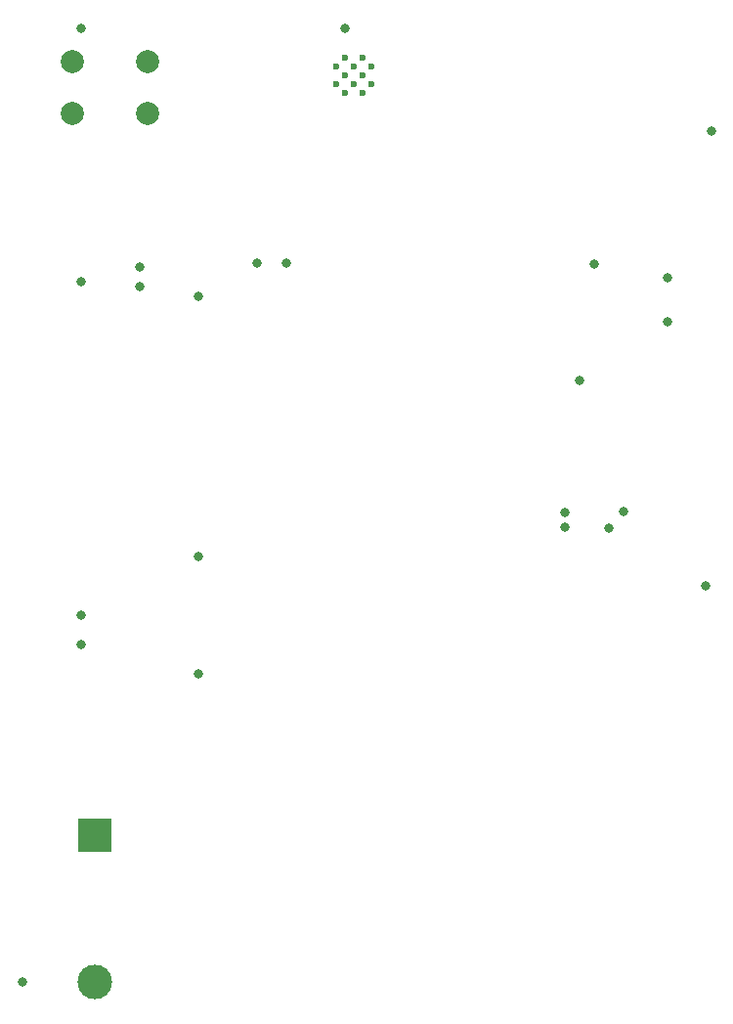
<source format=gbr>
%TF.GenerationSoftware,KiCad,Pcbnew,7.0.9*%
%TF.CreationDate,2023-12-04T17:32:10-03:00*%
%TF.ProjectId,aussistente,61757373-6973-4746-956e-74652e6b6963,rev?*%
%TF.SameCoordinates,Original*%
%TF.FileFunction,Copper,L3,Inr*%
%TF.FilePolarity,Positive*%
%FSLAX46Y46*%
G04 Gerber Fmt 4.6, Leading zero omitted, Abs format (unit mm)*
G04 Created by KiCad (PCBNEW 7.0.9) date 2023-12-04 17:32:10*
%MOMM*%
%LPD*%
G01*
G04 APERTURE LIST*
%TA.AperFunction,ComponentPad*%
%ADD10C,2.000000*%
%TD*%
%TA.AperFunction,ComponentPad*%
%ADD11R,3.000000X3.000000*%
%TD*%
%TA.AperFunction,ComponentPad*%
%ADD12C,3.000000*%
%TD*%
%TA.AperFunction,HeatsinkPad*%
%ADD13C,0.600000*%
%TD*%
%TA.AperFunction,ViaPad*%
%ADD14C,0.800000*%
%TD*%
G04 APERTURE END LIST*
D10*
%TO.N,GND*%
%TO.C,SW1*%
X88190000Y-72680000D03*
X94690000Y-72680000D03*
%TO.N,/RESET*%
X88190000Y-77180000D03*
X94690000Y-77180000D03*
%TD*%
D11*
%TO.N,VDDIO*%
%TO.C,BT1*%
X90150000Y-139700000D03*
D12*
%TO.N,GND*%
X90150000Y-152400000D03*
%TD*%
D13*
%TO.N,GND*%
%TO.C,U1*%
X110997500Y-73132500D03*
X110997500Y-74657500D03*
X111760000Y-72370000D03*
X111760000Y-73895000D03*
X111760000Y-75420000D03*
X112522500Y-73132500D03*
X112522500Y-74657500D03*
X113285000Y-72370000D03*
X113285000Y-73895000D03*
X113285000Y-75420000D03*
X114047500Y-73132500D03*
X114047500Y-74657500D03*
%TD*%
D14*
%TO.N,GND*%
X111760000Y-69850000D03*
X133419880Y-90252536D03*
%TO.N,SCL*%
X139700000Y-95250000D03*
%TO.N,SDA*%
X139700000Y-91440000D03*
%TO.N,GND*%
X132080000Y-100330000D03*
%TO.N,SDA*%
X135890000Y-111655500D03*
%TO.N,SCL*%
X130810000Y-111760000D03*
%TO.N,GND*%
X130810000Y-113030000D03*
X134620000Y-113104500D03*
X143030000Y-118110000D03*
X99060000Y-125730000D03*
X99060000Y-115570000D03*
%TO.N,SDA*%
X106680000Y-90170000D03*
%TO.N,SCL*%
X104140000Y-90170000D03*
X88900000Y-120650000D03*
%TO.N,SDA*%
X88900000Y-123190000D03*
%TO.N,GND*%
X88900000Y-69850000D03*
X99060000Y-93060000D03*
X93980000Y-90520000D03*
X143510000Y-78740000D03*
X88900000Y-91790000D03*
X93980000Y-92164500D03*
X83820000Y-152400000D03*
%TD*%
M02*

</source>
